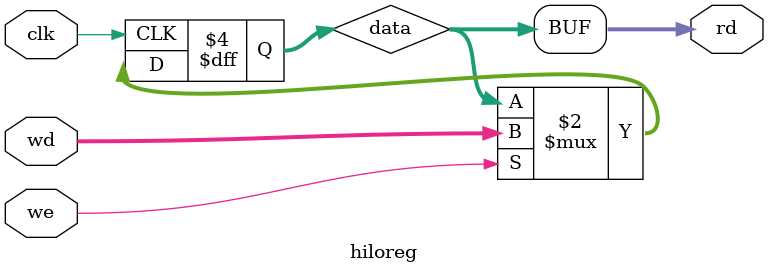
<source format=v>
`timescale 1ns / 1ps

module hiloreg (
    input wire clk,
    input wire we,
    input wire [31:0] wd,
    output wire [31:0] rd
);
    reg [31:0] data;
    always @(negedge clk) begin
		if(we) begin
			data <= wd;
		end
	end
    assign rd = data;
endmodule
</source>
